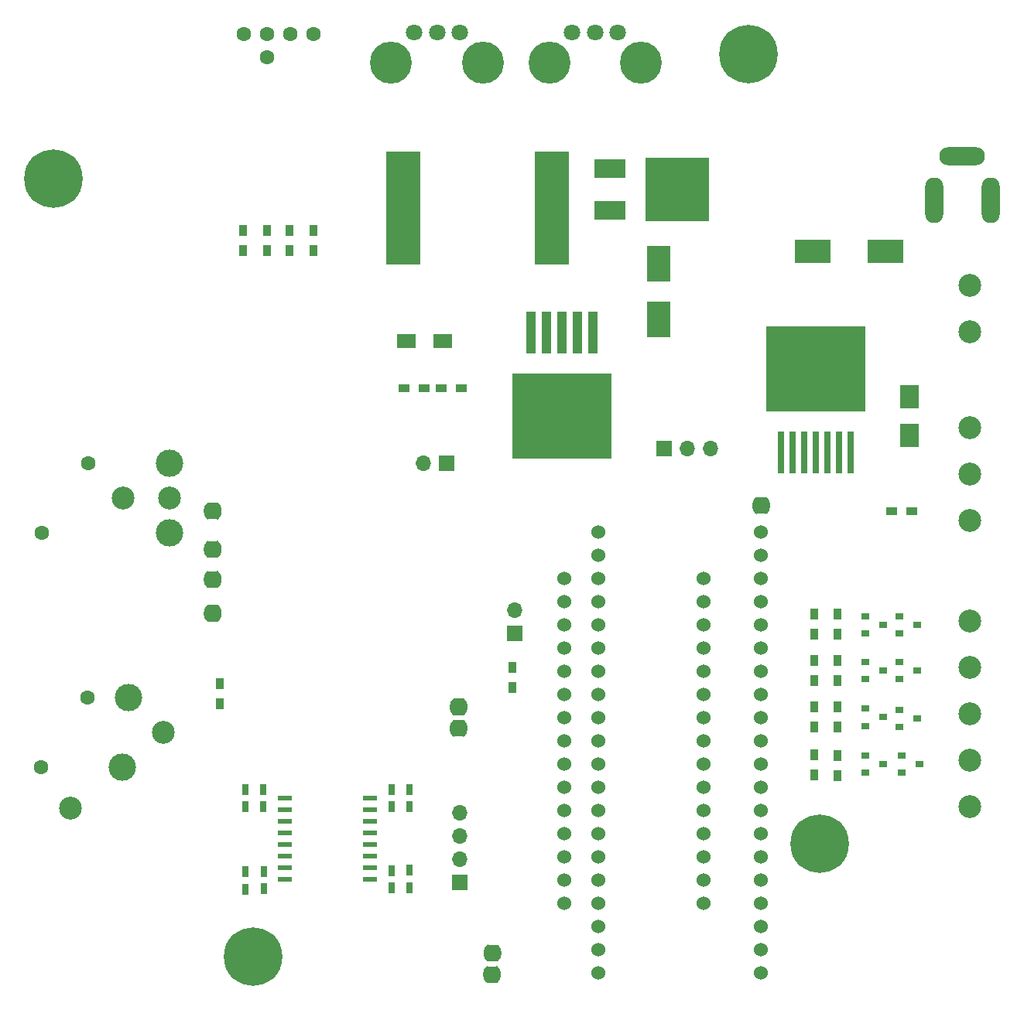
<source format=gbr>
G04 #@! TF.GenerationSoftware,KiCad,Pcbnew,(5.1.5)-2*
G04 #@! TF.CreationDate,2020-04-10T04:28:19+02:00*
G04 #@! TF.ProjectId,LightBoxNano,4c696768-7442-46f7-984e-616e6f2e6b69,rev?*
G04 #@! TF.SameCoordinates,Original*
G04 #@! TF.FileFunction,Soldermask,Top*
G04 #@! TF.FilePolarity,Negative*
%FSLAX46Y46*%
G04 Gerber Fmt 4.6, Leading zero omitted, Abs format (unit mm)*
G04 Created by KiCad (PCBNEW (5.1.5)-2) date 2020-04-10 04:28:19*
%MOMM*%
%LPD*%
G04 APERTURE LIST*
%ADD10C,0.150000*%
%ADD11R,1.700000X1.700000*%
%ADD12O,1.700000X1.700000*%
%ADD13C,2.500000*%
%ADD14C,3.000000*%
%ADD15C,1.600000*%
%ADD16R,1.100000X4.600000*%
%ADD17R,10.800000X9.400000*%
%ADD18R,1.500000X0.600000*%
%ADD19R,0.900000X1.200000*%
%ADD20C,1.800000*%
%ADD21C,4.600000*%
%ADD22C,0.100000*%
%ADD23R,1.200000X0.900000*%
%ADD24R,0.900000X0.800000*%
%ADD25C,1.524000*%
%ADD26R,3.825000X12.320000*%
%ADD27O,5.000000X2.000000*%
%ADD28O,2.000000X5.000000*%
%ADD29R,3.500000X2.000000*%
%ADD30R,7.000000X7.000000*%
%ADD31R,4.000000X2.500000*%
%ADD32R,2.000000X1.600000*%
%ADD33R,2.500000X4.000000*%
%ADD34R,0.750000X1.200000*%
%ADD35C,6.400000*%
%ADD36R,2.030000X2.650000*%
%ADD37R,0.800000X4.600000*%
G04 APERTURE END LIST*
D10*
X143362800Y-141102400D02*
X143159600Y-141686600D01*
X141737200Y-141077000D02*
X141940400Y-141712000D01*
X143362800Y-140797600D02*
X143159600Y-140188000D01*
X141940400Y-140188000D02*
X141737200Y-140797600D01*
X143444787Y-140823000D02*
G75*
G03X143058000Y-140086400I-894787J0D01*
G01*
X142045284Y-140091165D02*
G75*
G03X141661000Y-140823000I504716J-731835D01*
G01*
X143439000Y-140823000D02*
X141661000Y-140823000D01*
X143054715Y-141808836D02*
G75*
G03X143439000Y-141077000I-504715J731836D01*
G01*
X141661000Y-141077000D02*
G75*
G03X142016600Y-141788200I889000J0D01*
G01*
X143439000Y-141077000D02*
X141661000Y-141077000D01*
X141661000Y-140950000D02*
X143439000Y-140950000D01*
X143439000Y-140823000D02*
X143439000Y-141077000D01*
X141661000Y-140823000D02*
X141661000Y-141077000D01*
X141787200Y-138447600D02*
X141990400Y-137863400D01*
X143412800Y-138473000D02*
X143209600Y-137838000D01*
X141787200Y-138752400D02*
X141990400Y-139362000D01*
X143209600Y-139362000D02*
X143412800Y-138752400D01*
X141705213Y-138727000D02*
G75*
G03X142092000Y-139463600I894787J0D01*
G01*
X143104716Y-139458835D02*
G75*
G03X143489000Y-138727000I-504716J731835D01*
G01*
X141711000Y-138727000D02*
X143489000Y-138727000D01*
X142095285Y-137741164D02*
G75*
G03X141711000Y-138473000I504715J-731836D01*
G01*
X143489000Y-138473000D02*
G75*
G03X143133400Y-137761800I-889000J0D01*
G01*
X141711000Y-138473000D02*
X143489000Y-138473000D01*
X143489000Y-138600000D02*
X141711000Y-138600000D01*
X141711000Y-138727000D02*
X141711000Y-138473000D01*
X143489000Y-138727000D02*
X143489000Y-138473000D01*
X112812800Y-94552400D02*
X112609600Y-95136600D01*
X111187200Y-94527000D02*
X111390400Y-95162000D01*
X112812800Y-94247600D02*
X112609600Y-93638000D01*
X111390400Y-93638000D02*
X111187200Y-94247600D01*
X112894787Y-94273000D02*
G75*
G03X112508000Y-93536400I-894787J0D01*
G01*
X111495284Y-93541165D02*
G75*
G03X111111000Y-94273000I504716J-731835D01*
G01*
X112889000Y-94273000D02*
X111111000Y-94273000D01*
X112504715Y-95258836D02*
G75*
G03X112889000Y-94527000I-504715J731836D01*
G01*
X111111000Y-94527000D02*
G75*
G03X111466600Y-95238200I889000J0D01*
G01*
X112889000Y-94527000D02*
X111111000Y-94527000D01*
X111111000Y-94400000D02*
X112889000Y-94400000D01*
X112889000Y-94273000D02*
X112889000Y-94527000D01*
X111111000Y-94273000D02*
X111111000Y-94527000D01*
X112812800Y-97852400D02*
X112609600Y-98436600D01*
X111187200Y-97827000D02*
X111390400Y-98462000D01*
X112812800Y-97547600D02*
X112609600Y-96938000D01*
X111390400Y-96938000D02*
X111187200Y-97547600D01*
X112894787Y-97573000D02*
G75*
G03X112508000Y-96836400I-894787J0D01*
G01*
X111495284Y-96841165D02*
G75*
G03X111111000Y-97573000I504716J-731835D01*
G01*
X112889000Y-97573000D02*
X111111000Y-97573000D01*
X112504715Y-98558836D02*
G75*
G03X112889000Y-97827000I-504715J731836D01*
G01*
X111111000Y-97827000D02*
G75*
G03X111466600Y-98538200I889000J0D01*
G01*
X112889000Y-97827000D02*
X111111000Y-97827000D01*
X111111000Y-97700000D02*
X112889000Y-97700000D01*
X112889000Y-97573000D02*
X112889000Y-97827000D01*
X111111000Y-97573000D02*
X111111000Y-97827000D01*
X112812800Y-101552400D02*
X112609600Y-102136600D01*
X111187200Y-101527000D02*
X111390400Y-102162000D01*
X112812800Y-101247600D02*
X112609600Y-100638000D01*
X111390400Y-100638000D02*
X111187200Y-101247600D01*
X112894787Y-101273000D02*
G75*
G03X112508000Y-100536400I-894787J0D01*
G01*
X111495284Y-100541165D02*
G75*
G03X111111000Y-101273000I504716J-731835D01*
G01*
X112889000Y-101273000D02*
X111111000Y-101273000D01*
X112504715Y-102258836D02*
G75*
G03X112889000Y-101527000I-504715J731836D01*
G01*
X111111000Y-101527000D02*
G75*
G03X111466600Y-102238200I889000J0D01*
G01*
X112889000Y-101527000D02*
X111111000Y-101527000D01*
X111111000Y-101400000D02*
X112889000Y-101400000D01*
X112889000Y-101273000D02*
X112889000Y-101527000D01*
X111111000Y-101273000D02*
X111111000Y-101527000D01*
X111187200Y-90047600D02*
X111390400Y-89463400D01*
X112812800Y-90073000D02*
X112609600Y-89438000D01*
X111187200Y-90352400D02*
X111390400Y-90962000D01*
X112609600Y-90962000D02*
X112812800Y-90352400D01*
X111105213Y-90327000D02*
G75*
G03X111492000Y-91063600I894787J0D01*
G01*
X112504716Y-91058835D02*
G75*
G03X112889000Y-90327000I-504716J731835D01*
G01*
X111111000Y-90327000D02*
X112889000Y-90327000D01*
X111495285Y-89341164D02*
G75*
G03X111111000Y-90073000I504715J-731836D01*
G01*
X112889000Y-90073000D02*
G75*
G03X112533400Y-89361800I-889000J0D01*
G01*
X111111000Y-90073000D02*
X112889000Y-90073000D01*
X112889000Y-90200000D02*
X111111000Y-90200000D01*
X111111000Y-90327000D02*
X111111000Y-90073000D01*
X112889000Y-90327000D02*
X112889000Y-90073000D01*
X138087200Y-113847600D02*
X138290400Y-113263400D01*
X139712800Y-113873000D02*
X139509600Y-113238000D01*
X138087200Y-114152400D02*
X138290400Y-114762000D01*
X139509600Y-114762000D02*
X139712800Y-114152400D01*
X138005213Y-114127000D02*
G75*
G03X138392000Y-114863600I894787J0D01*
G01*
X139404716Y-114858835D02*
G75*
G03X139789000Y-114127000I-504716J731835D01*
G01*
X138011000Y-114127000D02*
X139789000Y-114127000D01*
X138395285Y-113141164D02*
G75*
G03X138011000Y-113873000I504715J-731836D01*
G01*
X139789000Y-113873000D02*
G75*
G03X139433400Y-113161800I-889000J0D01*
G01*
X138011000Y-113873000D02*
X139789000Y-113873000D01*
X139789000Y-114000000D02*
X138011000Y-114000000D01*
X138011000Y-114127000D02*
X138011000Y-113873000D01*
X139789000Y-114127000D02*
X139789000Y-113873000D01*
X139712800Y-111800000D02*
X139509600Y-112384200D01*
X138087200Y-111774600D02*
X138290400Y-112409600D01*
X139712800Y-111495200D02*
X139509600Y-110885600D01*
X138290400Y-110885600D02*
X138087200Y-111495200D01*
X139794787Y-111520600D02*
G75*
G03X139408000Y-110784000I-894787J0D01*
G01*
X138395284Y-110788765D02*
G75*
G03X138011000Y-111520600I504716J-731835D01*
G01*
X139789000Y-111520600D02*
X138011000Y-111520600D01*
X139404715Y-112506436D02*
G75*
G03X139789000Y-111774600I-504715J731836D01*
G01*
X138011000Y-111774600D02*
G75*
G03X138366600Y-112485800I889000J0D01*
G01*
X139789000Y-111774600D02*
X138011000Y-111774600D01*
X138011000Y-111647600D02*
X139789000Y-111647600D01*
X139789000Y-111520600D02*
X139789000Y-111774600D01*
X138011000Y-111520600D02*
X138011000Y-111774600D01*
X171187200Y-89447600D02*
X171390400Y-88863400D01*
X172812800Y-89473000D02*
X172609600Y-88838000D01*
X171187200Y-89752400D02*
X171390400Y-90362000D01*
X172609600Y-90362000D02*
X172812800Y-89752400D01*
X171105213Y-89727000D02*
G75*
G03X171492000Y-90463600I894787J0D01*
G01*
X172504716Y-90458835D02*
G75*
G03X172889000Y-89727000I-504716J731835D01*
G01*
X171111000Y-89727000D02*
X172889000Y-89727000D01*
X171495285Y-88741164D02*
G75*
G03X171111000Y-89473000I504715J-731836D01*
G01*
X172889000Y-89473000D02*
G75*
G03X172533400Y-88761800I-889000J0D01*
G01*
X171111000Y-89473000D02*
X172889000Y-89473000D01*
X172889000Y-89600000D02*
X171111000Y-89600000D01*
X171111000Y-89727000D02*
X171111000Y-89473000D01*
X172889000Y-89727000D02*
X172889000Y-89473000D01*
D11*
X145000000Y-103600000D03*
D12*
X145000000Y-101060000D03*
D13*
X107264180Y-88759240D03*
D14*
X107264180Y-84949240D03*
X107264180Y-92569240D03*
D13*
X102184180Y-88759240D03*
D15*
X93294180Y-92569240D03*
X98374180Y-84949240D03*
X98336160Y-110633720D03*
X93256160Y-118253720D03*
D13*
X96426160Y-122693720D03*
D14*
X102781160Y-110633720D03*
X102146160Y-118253720D03*
D13*
X106596160Y-114443720D03*
D16*
X153600000Y-70625000D03*
X151900000Y-70625000D03*
X150200000Y-70625000D03*
X148500000Y-70625000D03*
X146800000Y-70625000D03*
D17*
X150200000Y-79775000D03*
D18*
X129199220Y-130527420D03*
X129199220Y-129257420D03*
X129199220Y-127987420D03*
X129199220Y-126717420D03*
X129199220Y-125447420D03*
X129199220Y-124177420D03*
X129199220Y-122907420D03*
X129199220Y-121637420D03*
X119899220Y-121637420D03*
X119899220Y-122907420D03*
X119899220Y-124177420D03*
X119899220Y-125447420D03*
X119899220Y-126717420D03*
X119899220Y-127987420D03*
X119899220Y-129257420D03*
X119899220Y-130527420D03*
D15*
X117930000Y-40540000D03*
X123010000Y-38000000D03*
X120470000Y-38000000D03*
X117930000Y-38000000D03*
X115390000Y-38000000D03*
D19*
X180329880Y-101523900D03*
X180329880Y-103723900D03*
X177789880Y-103723900D03*
X177789880Y-101523900D03*
D20*
X134029980Y-37800000D03*
X136529980Y-37800000D03*
X139029980Y-37800000D03*
D21*
X131529980Y-41100000D03*
X141529980Y-41100000D03*
D20*
X151327380Y-37800000D03*
X153827380Y-37800000D03*
X156327380Y-37800000D03*
D21*
X148827380Y-41100000D03*
X158827380Y-41100000D03*
D19*
X180329880Y-116950000D03*
X180329880Y-119150000D03*
X177789880Y-119133900D03*
X177789880Y-116933900D03*
X180329880Y-111683900D03*
X180329880Y-113883900D03*
X177789880Y-113883900D03*
X177789880Y-111683900D03*
D22*
G36*
X141711258Y-141050000D02*
G01*
X143388742Y-141050000D01*
X143122076Y-141850000D01*
X141977924Y-141850000D01*
X141711258Y-141050000D01*
G37*
G36*
X143388742Y-140850000D02*
G01*
X141711258Y-140850000D01*
X141977924Y-140050000D01*
X143122076Y-140050000D01*
X143388742Y-140850000D01*
G37*
G36*
X143438742Y-138500000D02*
G01*
X141761258Y-138500000D01*
X142027924Y-137700000D01*
X143172076Y-137700000D01*
X143438742Y-138500000D01*
G37*
G36*
X141761258Y-138700000D02*
G01*
X143438742Y-138700000D01*
X143172076Y-139500000D01*
X142027924Y-139500000D01*
X141761258Y-138700000D01*
G37*
D19*
X180329880Y-106603900D03*
X180329880Y-108803900D03*
X177789880Y-108803900D03*
X177789880Y-106603900D03*
D23*
X188500000Y-90200000D03*
X186300000Y-90200000D03*
D19*
X112800000Y-109100000D03*
X112800000Y-111300000D03*
X122993180Y-61702980D03*
X122993180Y-59502980D03*
X120427780Y-61702980D03*
X120427780Y-59502980D03*
X117913180Y-61702980D03*
X117913180Y-59502980D03*
X115296980Y-61702980D03*
X115296980Y-59502980D03*
D24*
X183350000Y-101700000D03*
X183350000Y-103600000D03*
X185350000Y-102650000D03*
X187100000Y-101700000D03*
X187100000Y-103600000D03*
X189100000Y-102650000D03*
X183350000Y-116950000D03*
X183350000Y-118850000D03*
X185350000Y-117900000D03*
X187350000Y-116950000D03*
X187350000Y-118850000D03*
X189350000Y-117900000D03*
X183350000Y-111833900D03*
X183350000Y-113733900D03*
X185350000Y-112783900D03*
X187100000Y-111950000D03*
X187100000Y-113850000D03*
X189100000Y-112900000D03*
X183350000Y-106700000D03*
X183350000Y-108600000D03*
X185350000Y-107650000D03*
X187100000Y-106700000D03*
X187100000Y-108600000D03*
X189100000Y-107650000D03*
D25*
X165720000Y-112860000D03*
X150480000Y-133180000D03*
X150480000Y-130640000D03*
X150480000Y-128100000D03*
X150480000Y-125560000D03*
X150480000Y-123020000D03*
X150480000Y-120480000D03*
X150480000Y-117940000D03*
X150480000Y-115400000D03*
X150480000Y-112860000D03*
X150480000Y-110320000D03*
X150480000Y-107780000D03*
X150480000Y-105240000D03*
X150480000Y-102700000D03*
X150480000Y-100160000D03*
X150480000Y-97620000D03*
X165720000Y-97620000D03*
X165720000Y-100160000D03*
X165720000Y-102700000D03*
X165720000Y-105240000D03*
X165720000Y-107780000D03*
X165720000Y-110320000D03*
X165720000Y-115400000D03*
X165720000Y-117940000D03*
X165720000Y-120480000D03*
X165720000Y-123020000D03*
X165720000Y-125560000D03*
X165720000Y-128100000D03*
X165720000Y-130640000D03*
X165720000Y-133180000D03*
X154210000Y-105220000D03*
X154210000Y-100140000D03*
X154210000Y-92520000D03*
X154210000Y-115380000D03*
X154210000Y-102680000D03*
X154210000Y-107760000D03*
X154210000Y-97600000D03*
X154210000Y-95060000D03*
X154210000Y-110300000D03*
X154210000Y-123000000D03*
X154210000Y-117920000D03*
X154210000Y-140780000D03*
X154210000Y-138240000D03*
X154210000Y-135700000D03*
X154210000Y-112840000D03*
X154210000Y-128080000D03*
X154210000Y-133160000D03*
X154210000Y-125540000D03*
X154210000Y-130620000D03*
X154210000Y-120460000D03*
X171990000Y-97600000D03*
X171990000Y-95060000D03*
X171990000Y-92520000D03*
X171990000Y-110300000D03*
X171990000Y-102680000D03*
X171990000Y-107760000D03*
X171990000Y-100140000D03*
X171990000Y-105220000D03*
X171990000Y-123000000D03*
X171990000Y-115380000D03*
X171990000Y-120460000D03*
X171990000Y-112840000D03*
X171990000Y-117920000D03*
X171990000Y-130620000D03*
X171990000Y-125540000D03*
X171990000Y-133160000D03*
X171990000Y-128080000D03*
X171990000Y-135700000D03*
X171990000Y-138240000D03*
X171990000Y-140780000D03*
D22*
G36*
X111161258Y-94500000D02*
G01*
X112838742Y-94500000D01*
X112572076Y-95300000D01*
X111427924Y-95300000D01*
X111161258Y-94500000D01*
G37*
G36*
X112838742Y-94300000D02*
G01*
X111161258Y-94300000D01*
X111427924Y-93500000D01*
X112572076Y-93500000D01*
X112838742Y-94300000D01*
G37*
G36*
X111161258Y-97800000D02*
G01*
X112838742Y-97800000D01*
X112572076Y-98600000D01*
X111427924Y-98600000D01*
X111161258Y-97800000D01*
G37*
G36*
X112838742Y-97600000D02*
G01*
X111161258Y-97600000D01*
X111427924Y-96800000D01*
X112572076Y-96800000D01*
X112838742Y-97600000D01*
G37*
G36*
X111161258Y-101500000D02*
G01*
X112838742Y-101500000D01*
X112572076Y-102300000D01*
X111427924Y-102300000D01*
X111161258Y-101500000D01*
G37*
G36*
X112838742Y-101300000D02*
G01*
X111161258Y-101300000D01*
X111427924Y-100500000D01*
X112572076Y-100500000D01*
X112838742Y-101300000D01*
G37*
G36*
X112838742Y-90100000D02*
G01*
X111161258Y-90100000D01*
X111427924Y-89300000D01*
X112572076Y-89300000D01*
X112838742Y-90100000D01*
G37*
G36*
X111161258Y-90300000D02*
G01*
X112838742Y-90300000D01*
X112572076Y-91100000D01*
X111427924Y-91100000D01*
X111161258Y-90300000D01*
G37*
D26*
X132880000Y-57000000D03*
X149120000Y-57000000D03*
D11*
X161400000Y-83400000D03*
D12*
X163940000Y-83400000D03*
X166480000Y-83400000D03*
D13*
X194800000Y-102280000D03*
X194800000Y-112440000D03*
X194800000Y-122600000D03*
X194800000Y-117520000D03*
X194800000Y-107360000D03*
X194800000Y-65520000D03*
X194800000Y-70600000D03*
D27*
X194000000Y-51400000D03*
D28*
X197100000Y-56200000D03*
X190900000Y-56200000D03*
D13*
X194800000Y-81040000D03*
X194800000Y-91200000D03*
X194800000Y-86120000D03*
D11*
X139050000Y-130900000D03*
D12*
X139050000Y-128360000D03*
X139050000Y-125820000D03*
X139050000Y-123280000D03*
D11*
X137600000Y-85000000D03*
D12*
X135060000Y-85000000D03*
D22*
G36*
X139738742Y-113900000D02*
G01*
X138061258Y-113900000D01*
X138327924Y-113100000D01*
X139472076Y-113100000D01*
X139738742Y-113900000D01*
G37*
G36*
X138061258Y-114100000D02*
G01*
X139738742Y-114100000D01*
X139472076Y-114900000D01*
X138327924Y-114900000D01*
X138061258Y-114100000D01*
G37*
G36*
X138061258Y-111747600D02*
G01*
X139738742Y-111747600D01*
X139472076Y-112547600D01*
X138327924Y-112547600D01*
X138061258Y-111747600D01*
G37*
G36*
X139738742Y-111547600D02*
G01*
X138061258Y-111547600D01*
X138327924Y-110747600D01*
X139472076Y-110747600D01*
X139738742Y-111547600D01*
G37*
D29*
X155425000Y-52700000D03*
X155425000Y-57280000D03*
D30*
X162825000Y-55000000D03*
D31*
X185600000Y-61800000D03*
X177600000Y-61800000D03*
D32*
X133166560Y-71613760D03*
X137166560Y-71613760D03*
D33*
X160800000Y-69250000D03*
X160800000Y-63150000D03*
D34*
X133550000Y-131439360D03*
X133550000Y-129539360D03*
X131550000Y-131454560D03*
X131550000Y-129554560D03*
X133550000Y-122600000D03*
X133550000Y-120700000D03*
X131550000Y-122600000D03*
X131550000Y-120700000D03*
X117582000Y-131550000D03*
X117582000Y-129650000D03*
X115550000Y-131600000D03*
X115550000Y-129700000D03*
X117550000Y-122600000D03*
X117550000Y-120700000D03*
X115550000Y-122600000D03*
X115550000Y-120700000D03*
D35*
X94600000Y-53800000D03*
X116400000Y-139000000D03*
X170600000Y-40200000D03*
X178400000Y-126600000D03*
D36*
X188200000Y-81890000D03*
X188200000Y-77710000D03*
D23*
X135100000Y-76800000D03*
X132900000Y-76800000D03*
D37*
X174190000Y-83775000D03*
X175460000Y-83775000D03*
X176730000Y-83775000D03*
X178000000Y-83775000D03*
X179270000Y-83775000D03*
X180540000Y-83775000D03*
X181810000Y-83775000D03*
D17*
X178000000Y-74625000D03*
D19*
X144800000Y-107300000D03*
X144800000Y-109500000D03*
D23*
X137000000Y-76800000D03*
X139200000Y-76800000D03*
D22*
G36*
X172838742Y-89500000D02*
G01*
X171161258Y-89500000D01*
X171427924Y-88700000D01*
X172572076Y-88700000D01*
X172838742Y-89500000D01*
G37*
G36*
X171161258Y-89700000D02*
G01*
X172838742Y-89700000D01*
X172572076Y-90500000D01*
X171427924Y-90500000D01*
X171161258Y-89700000D01*
G37*
M02*

</source>
